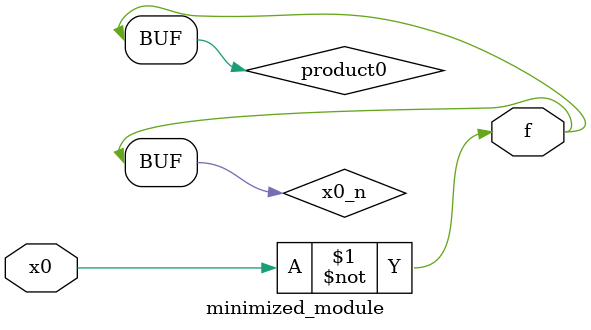
<source format=v>
module minimized_module (
    input x0,
    output f
);

    // Internal wires
    wire x0_n;
    wire product0;

    // NOT gates for inverted inputs
    not(x0_n, x0);

    // AND gates for product terms
    assign product0 = x0_n;

    // OR gate for sum of products
    assign f = product0;

endmodule

</source>
